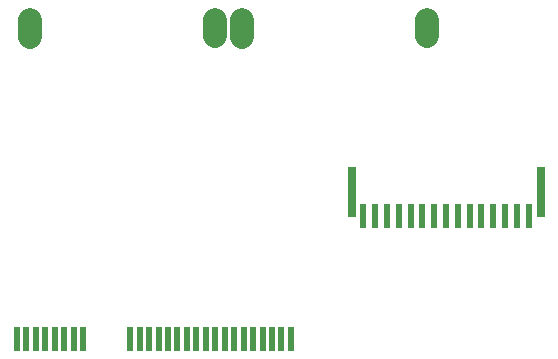
<source format=gbr>
%TF.GenerationSoftware,KiCad,Pcbnew,7.99.0-unknown-70ffd971e3~172~ubuntu22.04.1*%
%TF.CreationDate,2023-07-09T07:41:58-05:00*%
%TF.ProjectId,ext_pcb,6578745f-7063-4622-9e6b-696361645f70,rev?*%
%TF.SameCoordinates,Original*%
%TF.FileFunction,Paste,Top*%
%TF.FilePolarity,Positive*%
%FSLAX46Y46*%
G04 Gerber Fmt 4.6, Leading zero omitted, Abs format (unit mm)*
G04 Created by KiCad (PCBNEW 7.99.0-unknown-70ffd971e3~172~ubuntu22.04.1) date 2023-07-09 07:41:58*
%MOMM*%
%LPD*%
G01*
G04 APERTURE LIST*
%ADD10C,2.000000*%
%ADD11R,0.600000X2.000000*%
%ADD12R,0.700000X4.200000*%
G04 APERTURE END LIST*
D10*
%TO.C,J2*%
X137581800Y-77705200D02*
X137581800Y-79105200D01*
X153261800Y-77665200D02*
X153261800Y-79065200D01*
%TO.C,J3*%
X155572400Y-77705200D02*
X155572400Y-79105200D01*
X171252400Y-77665200D02*
X171252400Y-79065200D01*
%TD*%
D11*
%TO.C,J1*%
X179840000Y-94300000D03*
X178840000Y-94300000D03*
X177840000Y-94300000D03*
X176840000Y-94300000D03*
X175840000Y-94300000D03*
X174840000Y-94300000D03*
X173840000Y-94300000D03*
X172840000Y-94300000D03*
X171840000Y-94300000D03*
X170840000Y-94300000D03*
X169840000Y-94300000D03*
X168840000Y-94300000D03*
X167840000Y-94300000D03*
X166840000Y-94300000D03*
X165840000Y-94300000D03*
D12*
X180840000Y-92200000D03*
X164840000Y-92200000D03*
%TD*%
D11*
%TO.C,P1*%
X136500000Y-104650000D03*
X137300000Y-104650000D03*
X138100000Y-104650000D03*
X138900000Y-104650000D03*
X139700000Y-104650000D03*
X140500000Y-104650000D03*
X141300000Y-104650000D03*
X142100000Y-104650000D03*
X146100000Y-104650000D03*
X146900000Y-104650000D03*
X147700000Y-104650000D03*
X148500000Y-104650000D03*
X149300000Y-104650000D03*
X150100000Y-104650000D03*
X150900000Y-104650000D03*
X151700000Y-104650000D03*
X152500000Y-104650000D03*
X153300000Y-104650000D03*
X154100000Y-104650000D03*
X154900000Y-104650000D03*
X155700000Y-104650000D03*
X156500000Y-104650000D03*
X157300000Y-104650000D03*
X158100000Y-104650000D03*
X158900000Y-104650000D03*
X159700000Y-104650000D03*
%TD*%
M02*

</source>
